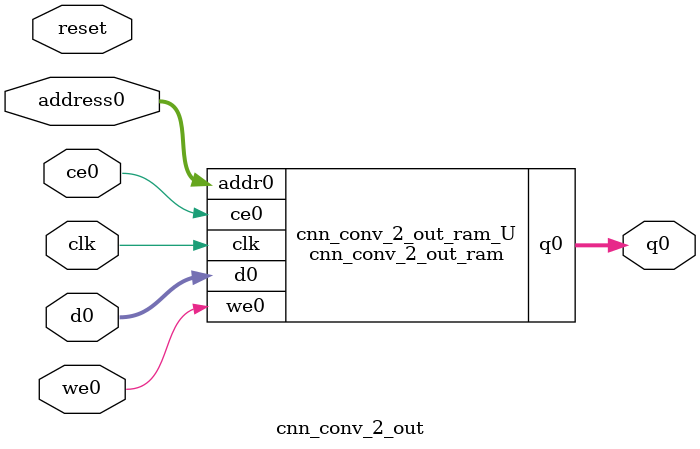
<source format=v>
`timescale 1 ns / 1 ps
module cnn_conv_2_out_ram (addr0, ce0, d0, we0, q0,  clk);

parameter DWIDTH = 32;
parameter AWIDTH = 13;
parameter MEM_SIZE = 7744;

input[AWIDTH-1:0] addr0;
input ce0;
input[DWIDTH-1:0] d0;
input we0;
output reg[DWIDTH-1:0] q0;
input clk;

(* ram_style = "block" *)reg [DWIDTH-1:0] ram[0:MEM_SIZE-1];




always @(posedge clk)  
begin 
    if (ce0) begin
        if (we0) 
            ram[addr0] <= d0; 
        q0 <= ram[addr0];
    end
end


endmodule

`timescale 1 ns / 1 ps
module cnn_conv_2_out(
    reset,
    clk,
    address0,
    ce0,
    we0,
    d0,
    q0);

parameter DataWidth = 32'd32;
parameter AddressRange = 32'd7744;
parameter AddressWidth = 32'd13;
input reset;
input clk;
input[AddressWidth - 1:0] address0;
input ce0;
input we0;
input[DataWidth - 1:0] d0;
output[DataWidth - 1:0] q0;



cnn_conv_2_out_ram cnn_conv_2_out_ram_U(
    .clk( clk ),
    .addr0( address0 ),
    .ce0( ce0 ),
    .we0( we0 ),
    .d0( d0 ),
    .q0( q0 ));

endmodule


</source>
